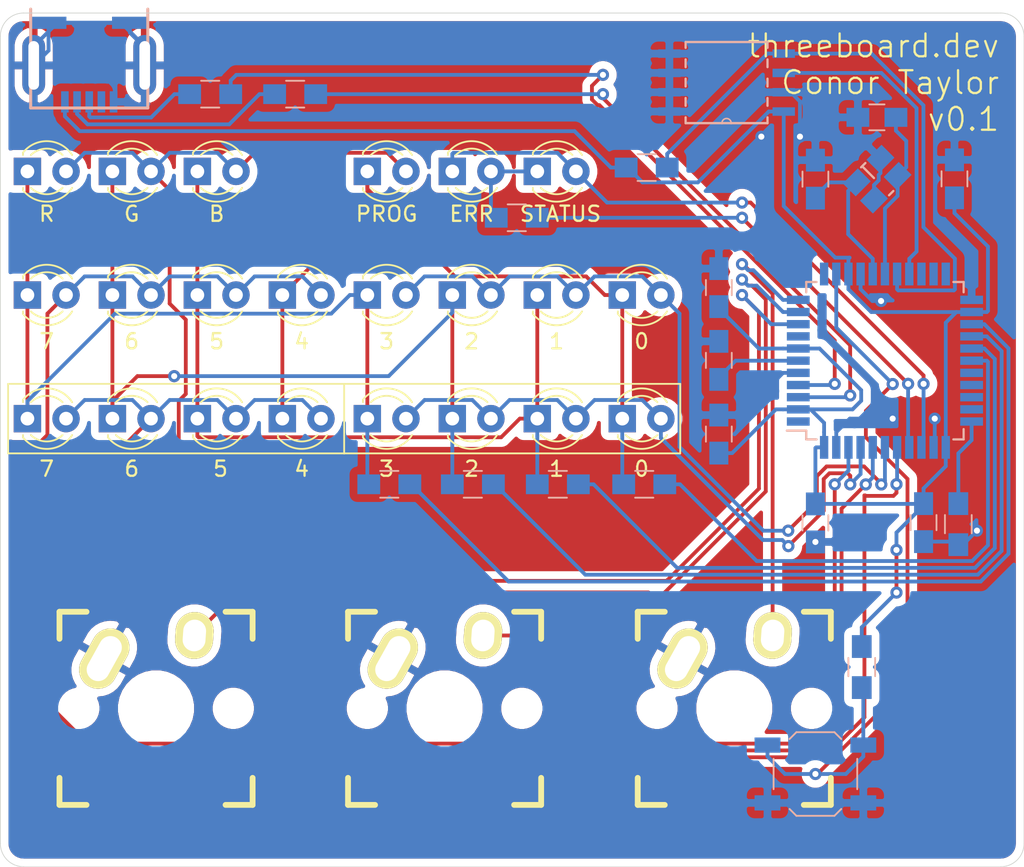
<source format=kicad_pcb>
(kicad_pcb (version 20171130) (host pcbnew "(5.1.4-0-10_14)")
  (layers (0 F.Cu signal) (31 B.Cu signal) (34 B.Paste user) (35 F.Paste user) (36 B.SilkS user) (37 F.SilkS user) (38 B.Mask user) (39 F.Mask user) (44 Edge.Cuts user))
  (net 0 "")
  (net 1 "Net-(C1-Pad1)")
  (net 2 "Net-(C2-Pad1)")
  (net 3 VCC)
  (net 4 "Net-(C8-Pad1)")
  (net 5 "Net-(D1-Pad1)")
  (net 6 "Net-(D10-Pad1)")
  (net 7 "Net-(D11-Pad1)")
  (net 8 "Net-(D12-Pad1)")
  (net 9 "Net-(D21-Pad2)")
  (net 10 "Net-(J1-Pad2)")
  (net 11 "Net-(J1-Pad3)")
  (net 12 "Net-(J1-Pad4)")
  (net 13 "Net-(R1-Pad2)")
  (net 14 "Net-(R2-Pad2)")
  (net 15 "Net-(R3-Pad1)")
  (net 16 "Net-(R4-Pad1)")
  (net 17 "Net-(U1-Pad1)")
  (net 18 "Net-(U1-Pad8)")
  (net 19 "Net-(U1-Pad12)")
  (net 20 "Net-(U1-Pad20)")
  (net 21 "Net-(U1-Pad21)")
  (net 22 "Net-(U1-Pad22)")
  (net 23 "Net-(U1-Pad29)")
  (net 24 "Net-(U1-Pad30)")
  (net 25 "Net-(U1-Pad31)")
  (net 26 "Net-(U1-Pad32)")
  (net 27 GND)
  (net 28 /row0)
  (net 29 /row1)
  (net 30 /row2)
  (net 31 /row3)
  (net 32 /row4)
  (net 33 /switch1)
  (net 34 /switch2)
  (net 35 /switch3)
  (net 36 /col0)
  (net 37 /col1)
  (net 38 /col2)
  (net 39 /col3)
  (net 40 /status1)
  (net 41 /status0)
  (net 42 /eeprom_sda)
  (net 43 /eeprom_scl)
  (module LED_THT:LED_D3.0mm (layer F.Cu) (at 49.37125 37.68725)
    (fp_text reference 7 (at 1.27 3.048) (layer F.SilkS))
    (fp_text value LED)
    (pad 1 thru_hole rect (at 0 0) (size 1.8 1.8) (drill 0.9) (layers *.Cu *.Mask) (net 5 "Net-(D1-Pad1)"))
    (pad 2 thru_hole circle (at 2.54 0) (size 1.8 1.8) (drill 0.9) (layers *.Cu *.Mask) (net 28 /row0))
  )
  (module LED_THT:LED_D3.0mm (layer F.Cu) (at 54.95925 37.68725)
    (fp_text reference 6 (at 1.27 3.048) (layer F.SilkS))
    (fp_text value LED)
    (pad 1 thru_hole rect (at 0 0) (size 1.8 1.8) (drill 0.9) (layers *.Cu *.Mask) (net 6 "Net-(D10-Pad1)"))
    (pad 2 thru_hole circle (at 2.54 0) (size 1.8 1.8) (drill 0.9) (layers *.Cu *.Mask) (net 28 /row0))
  )
  (module LED_THT:LED_D3.0mm (layer F.Cu) (at 60.54725 37.68725)
    (fp_text reference 5 (at 1.27 3.048) (layer F.SilkS))
    (fp_text value LED)
    (pad 2 thru_hole circle (at 2.54 0) (size 1.8 1.8) (drill 0.9) (layers *.Cu *.Mask) (net 28 /row0))
    (pad 1 thru_hole rect (at 0 0) (size 1.8 1.8) (drill 0.9) (layers *.Cu *.Mask) (net 7 "Net-(D11-Pad1)"))
  )
  (module LED_THT:LED_D3.0mm (layer F.Cu) (at 66.13525 37.68725)
    (fp_text reference 4 (at 1.27 3.048) (layer F.SilkS))
    (fp_text value LED)
    (pad 1 thru_hole rect (at 0 0) (size 1.8 1.8) (drill 0.9) (layers *.Cu *.Mask) (net 8 "Net-(D12-Pad1)"))
    (pad 2 thru_hole circle (at 2.54 0) (size 1.8 1.8) (drill 0.9) (layers *.Cu *.Mask) (net 28 /row0))
  )
  (module LED_THT:LED_D3.0mm (layer F.Cu) (at 71.72325 37.68725)
    (fp_text reference 3 (at 1.27 3.048) (layer F.SilkS))
    (fp_text value LED)
    (pad 2 thru_hole circle (at 2.54 0) (size 1.8 1.8) (drill 0.9) (layers *.Cu *.Mask) (net 29 /row1))
    (pad 1 thru_hole rect (at 0 0) (size 1.8 1.8) (drill 0.9) (layers *.Cu *.Mask) (net 5 "Net-(D1-Pad1)"))
  )
  (module LED_THT:LED_D3.0mm (layer F.Cu) (at 77.31125 37.68725)
    (fp_text reference 2 (at 1.27 3.048) (layer F.SilkS))
    (fp_text value LED)
    (pad 1 thru_hole rect (at 0 0) (size 1.8 1.8) (drill 0.9) (layers *.Cu *.Mask) (net 6 "Net-(D10-Pad1)"))
    (pad 2 thru_hole circle (at 2.54 0) (size 1.8 1.8) (drill 0.9) (layers *.Cu *.Mask) (net 29 /row1))
  )
  (module LED_THT:LED_D3.0mm (layer F.Cu) (at 82.89925 37.68725)
    (fp_text reference 1 (at 1.27 3.048) (layer F.SilkS))
    (fp_text value LED)
    (pad 1 thru_hole rect (at 0 0) (size 1.8 1.8) (drill 0.9) (layers *.Cu *.Mask) (net 7 "Net-(D11-Pad1)"))
    (pad 2 thru_hole circle (at 2.54 0) (size 1.8 1.8) (drill 0.9) (layers *.Cu *.Mask) (net 29 /row1))
  )
  (module LED_THT:LED_D3.0mm (layer F.Cu) (at 88.48725 37.68725)
    (fp_text reference 0 (at 1.27 3.048) (layer F.SilkS))
    (fp_text value LED)
    (pad 2 thru_hole circle (at 2.54 0) (size 1.8 1.8) (drill 0.9) (layers *.Cu *.Mask) (net 29 /row1))
    (pad 1 thru_hole rect (at 0 0) (size 1.8 1.8) (drill 0.9) (layers *.Cu *.Mask) (net 8 "Net-(D12-Pad1)"))
  )
  (module LED_THT:LED_D3.0mm (layer F.Cu) (at 49.37125 45.81525)
    (fp_text reference 7 (at 1.27 3.302) (layer F.SilkS))
    (fp_text value LED)
    (pad 1 thru_hole rect (at 0 0) (size 1.8 1.8) (drill 0.9) (layers *.Cu *.Mask) (net 5 "Net-(D1-Pad1)"))
    (pad 2 thru_hole circle (at 2.54 0) (size 1.8 1.8) (drill 0.9) (layers *.Cu *.Mask) (net 30 /row2))
  )
  (module LED_THT:LED_D3.0mm (layer F.Cu) (at 54.95925 45.81525)
    (fp_text reference 6 (at 1.27 3.302) (layer F.SilkS))
    (fp_text value LED)
    (pad 2 thru_hole circle (at 2.54 0) (size 1.8 1.8) (drill 0.9) (layers *.Cu *.Mask) (net 30 /row2))
    (pad 1 thru_hole rect (at 0 0) (size 1.8 1.8) (drill 0.9) (layers *.Cu *.Mask) (net 6 "Net-(D10-Pad1)"))
  )
  (module LED_THT:LED_D3.0mm (layer F.Cu) (at 60.54725 45.81525)
    (fp_text reference 5 (at 1.524 3.302) (layer F.SilkS))
    (fp_text value LED)
    (pad 2 thru_hole circle (at 2.54 0) (size 1.8 1.8) (drill 0.9) (layers *.Cu *.Mask) (net 30 /row2))
    (pad 1 thru_hole rect (at 0 0) (size 1.8 1.8) (drill 0.9) (layers *.Cu *.Mask) (net 7 "Net-(D11-Pad1)"))
  )
  (module LED_THT:LED_D3.0mm (layer F.Cu) (at 66.13525 45.81525)
    (fp_text reference 4 (at 1.27 3.302) (layer F.SilkS))
    (fp_text value LED)
    (pad 1 thru_hole rect (at 0 0) (size 1.8 1.8) (drill 0.9) (layers *.Cu *.Mask) (net 8 "Net-(D12-Pad1)"))
    (pad 2 thru_hole circle (at 2.54 0) (size 1.8 1.8) (drill 0.9) (layers *.Cu *.Mask) (net 30 /row2))
  )
  (module LED_THT:LED_D3.0mm (layer F.Cu) (at 71.72325 45.81525)
    (fp_text reference 3 (at 1.27 3.302) (layer F.SilkS))
    (fp_text value LED)
    (pad 2 thru_hole circle (at 2.54 0) (size 1.8 1.8) (drill 0.9) (layers *.Cu *.Mask) (net 31 /row3))
    (pad 1 thru_hole rect (at 0 0) (size 1.8 1.8) (drill 0.9) (layers *.Cu *.Mask) (net 5 "Net-(D1-Pad1)"))
  )
  (module LED_THT:LED_D3.0mm (layer F.Cu) (at 77.31125 45.81525)
    (fp_text reference 2 (at 1.27 3.302) (layer F.SilkS))
    (fp_text value LED)
    (pad 1 thru_hole rect (at 0 0) (size 1.8 1.8) (drill 0.9) (layers *.Cu *.Mask) (net 6 "Net-(D10-Pad1)"))
    (pad 2 thru_hole circle (at 2.54 0) (size 1.8 1.8) (drill 0.9) (layers *.Cu *.Mask) (net 31 /row3))
  )
  (module LED_THT:LED_D3.0mm (layer F.Cu) (at 82.89925 45.81525)
    (fp_text reference 1 (at 1.27 3.302) (layer F.SilkS))
    (fp_text value LED)
    (pad 2 thru_hole circle (at 2.54 0) (size 1.8 1.8) (drill 0.9) (layers *.Cu *.Mask) (net 31 /row3))
    (pad 1 thru_hole rect (at 0 0) (size 1.8 1.8) (drill 0.9) (layers *.Cu *.Mask) (net 7 "Net-(D11-Pad1)"))
  )
  (module LED_THT:LED_D3.0mm (layer F.Cu) (at 88.48725 45.81525)
    (fp_text reference 0 (at 1.27 3.302) (layer F.SilkS))
    (fp_text value LED)
    (pad 1 thru_hole rect (at 0 0) (size 1.8 1.8) (drill 0.9) (layers *.Cu *.Mask) (net 8 "Net-(D12-Pad1)"))
    (pad 2 thru_hole circle (at 2.54 0) (size 1.8 1.8) (drill 0.9) (layers *.Cu *.Mask) (net 31 /row3))
  )
  (module LED_THT:LED_D3.0mm (layer F.Cu) (at 49.37125 29.55925)
    (fp_text reference R (at 1.27 2.794 180) (layer F.SilkS))
    (fp_text value LED)
    (pad 2 thru_hole circle (at 2.54 0) (size 1.8 1.8) (drill 0.9) (layers *.Cu *.Mask) (net 32 /row4))
    (pad 1 thru_hole rect (at 0 0) (size 1.8 1.8) (drill 0.9) (layers *.Cu *.Mask) (net 5 "Net-(D1-Pad1)"))
  )
  (module LED_THT:LED_D3.0mm (layer F.Cu) (at 54.95925 29.55925)
    (fp_text reference G (at 1.27 2.794) (layer F.SilkS))
    (fp_text value LED)
    (pad 1 thru_hole rect (at 0 0) (size 1.8 1.8) (drill 0.9) (layers *.Cu *.Mask) (net 6 "Net-(D10-Pad1)"))
    (pad 2 thru_hole circle (at 2.54 0) (size 1.8 1.8) (drill 0.9) (layers *.Cu *.Mask) (net 32 /row4))
  )
  (module LED_THT:LED_D3.0mm (layer F.Cu) (at 60.54725 29.55925)
    (fp_text reference B (at 1.27 2.794) (layer F.SilkS))
    (fp_text value LED)
    (pad 2 thru_hole circle (at 2.54 0) (size 1.8 1.8) (drill 0.9) (layers *.Cu *.Mask) (net 32 /row4))
    (pad 1 thru_hole rect (at 0 0) (size 1.8 1.8) (drill 0.9) (layers *.Cu *.Mask) (net 7 "Net-(D11-Pad1)"))
  )
  (module LED_THT:LED_D3.0mm (layer F.Cu) (at 71.72325 29.55925)
    (fp_text reference PROG (at 1.27 2.794) (layer F.SilkS))
    (fp_text value LED)
    (pad 2 thru_hole circle (at 2.54 0) (size 1.8 1.8) (drill 0.9) (layers *.Cu *.Mask) (net 32 /row4))
    (pad 1 thru_hole rect (at 0 0) (size 1.8 1.8) (drill 0.9) (layers *.Cu *.Mask) (net 8 "Net-(D12-Pad1)"))
  )
  (module LED_THT:LED_D3.0mm (layer F.Cu) (at 77.31125 29.55925)
    (fp_text reference ERR (at 1.27 2.794) (layer F.SilkS))
    (fp_text value LED)
    (pad 1 thru_hole rect (at 0 0) (size 1.8 1.8) (drill 0.9) (layers *.Cu *.Mask) (net 40 /status1))
    (pad 2 thru_hole circle (at 2.54 0) (size 1.8 1.8) (drill 0.9) (layers *.Cu *.Mask) (net 9 "Net-(D21-Pad2)"))
  )
  (module keyboard_parts:USB_miniB_hirose_5S8 (layer B.Cu) (at 53.43525 24.98725)
    (fp_text reference J1 hide)
    (fp_text value USB_mini_micro_B hide)
    (pad 6 smd rect (at 2.675 -5.2) (size 2.35 0.8) (layers B.Cu B.Paste B.Mask) (net 27 GND))
    (pad 6 smd rect (at -2.675 -5.2) (size 2.35 0.8) (layers B.Cu B.Paste B.Mask) (net 27 GND))
    (pad 1 smd rect (at -1.6 0) (size 0.5 1.4) (layers B.Cu B.Paste B.Mask) (net 3 VCC))
    (pad 2 smd rect (at -0.8 0) (size 0.5 1.4) (layers B.Cu B.Paste B.Mask) (net 10 "Net-(J1-Pad2)"))
    (pad 3 smd rect (at 0 0) (size 0.5 1.4) (layers B.Cu B.Paste B.Mask) (net 11 "Net-(J1-Pad3)"))
    (pad 4 smd rect (at 0.8 0) (size 0.5 1.4) (layers B.Cu B.Paste B.Mask) (net 12 "Net-(J1-Pad4)"))
    (pad 5 smd rect (at 1.6 0) (size 0.5 1.4) (layers B.Cu B.Paste B.Mask) (net 27 GND))
    (pad 6 thru_hole oval (at -3.65 -2.4) (size 1.5 4) (drill oval 0.7 3.2) (layers *.Cu *.Mask B.Paste) (net 27 GND))
    (pad 6 thru_hole oval (at 3.65 -2.4) (size 1.5 4) (drill oval 0.7 3.2) (layers *.Cu *.Mask B.Paste) (net 27 GND))
  )
  (module keebs:Mx_Alps_100 (layer F.Cu) (at 57.829451 64.86525)
    (fp_text reference K1 hide)
    (fp_text value KEYSW hide)
    (pad HOLE np_thru_hole circle (at 0 0) (size 3.9878 3.9878) (drill 3.9878) (layers *.Cu))
    (pad HOLE np_thru_hole circle (at -5.08 0) (size 1.7018 1.7018) (drill 1.7018) (layers *.Cu))
    (pad HOLE np_thru_hole circle (at 5.08 0) (size 1.7018 1.7018) (drill 1.7018) (layers *.Cu))
    (pad 1 thru_hole oval (at -3.405 -3.27 330.95) (size 2.5 4.17) (drill oval 1.5 3.17) (layers *.Cu *.Mask F.SilkS) (net 27 GND))
    (pad 2 thru_hole oval (at 2.52 -4.79 356.1) (size 2.5 3.08) (drill oval 1.5 2.08) (layers *.Cu *.Mask F.SilkS) (net 33 /switch1))
  )
  (module keebs:Mx_Alps_100 (layer F.Cu) (at 76.80325 64.86525)
    (fp_text reference K2 hide)
    (fp_text value KEYSW hide)
    (pad HOLE np_thru_hole circle (at 0 0) (size 3.9878 3.9878) (drill 3.9878) (layers *.Cu))
    (pad HOLE np_thru_hole circle (at -5.08 0) (size 1.7018 1.7018) (drill 1.7018) (layers *.Cu))
    (pad HOLE np_thru_hole circle (at 5.08 0) (size 1.7018 1.7018) (drill 1.7018) (layers *.Cu))
    (pad 1 thru_hole oval (at -3.405 -3.27 330.95) (size 2.5 4.17) (drill oval 1.5 3.17) (layers *.Cu *.Mask F.SilkS) (net 27 GND))
    (pad 2 thru_hole oval (at 2.52 -4.79 356.1) (size 2.5 3.08) (drill oval 1.5 2.08) (layers *.Cu *.Mask F.SilkS) (net 34 /switch2))
  )
  (module keebs:Mx_Alps_100 (layer F.Cu) (at 95.85325 64.86525)
    (fp_text reference K3 hide)
    (fp_text value KEYSW hide)
    (pad 2 thru_hole oval (at 2.52 -4.79 356.1) (size 2.5 3.08) (drill oval 1.5 2.08) (layers *.Cu *.Mask F.SilkS) (net 35 /switch3))
    (pad 1 thru_hole oval (at -3.405 -3.27 330.95) (size 2.5 4.17) (drill oval 1.5 3.17) (layers *.Cu *.Mask F.SilkS) (net 27 GND))
    (pad HOLE np_thru_hole circle (at 5.08 0) (size 1.7018 1.7018) (drill 1.7018) (layers *.Cu))
    (pad HOLE np_thru_hole circle (at -5.08 0) (size 1.7018 1.7018) (drill 1.7018) (layers *.Cu))
    (pad HOLE np_thru_hole circle (at 0 0) (size 3.9878 3.9878) (drill 3.9878) (layers *.Cu))
  )
  (module Button_Switch_SMD:SW_SPST_TL3342 (layer B.Cu) (at 101.18725 69.18325)
    (fp_text reference SW1 hide)
    (fp_text value SW_PUSH)
    (pad 1 smd rect (at -3.15 1.9) (size 1.7 1) (layers B.Cu B.Paste B.Mask) (net 27 GND))
    (pad 1 smd rect (at 3.15 1.9) (size 1.7 1) (layers B.Cu B.Paste B.Mask) (net 27 GND))
    (pad 2 smd rect (at -3.15 -1.9) (size 1.7 1) (layers B.Cu B.Paste B.Mask) (net 13 "Net-(R1-Pad2)"))
    (pad 2 smd rect (at 3.15 -1.9) (size 1.7 1) (layers B.Cu B.Paste B.Mask) (net 13 "Net-(R1-Pad2)"))
  )
  (module Housings_QFP:TQFP-44_10x10mm_Pitch0.8mm (layer B.Cu) (at 105.75925 42.00525)
    (fp_text reference U1 hide)
    (fp_text value ATMEGA32U4)
    (pad 1 smd rect (at -5.7 4) (size 1.5 0.55) (layers B.Cu B.Paste B.Mask) (net 17 "Net-(U1-Pad1)"))
    (pad 2 smd rect (at -5.7 3.2) (size 1.5 0.55) (layers B.Cu B.Paste B.Mask) (net 3 VCC))
    (pad 3 smd rect (at -5.7 2.4) (size 1.5 0.55) (layers B.Cu B.Paste B.Mask) (net 15 "Net-(R3-Pad1)"))
    (pad 4 smd rect (at -5.7 1.6) (size 1.5 0.55) (layers B.Cu B.Paste B.Mask) (net 16 "Net-(R4-Pad1)"))
    (pad 5 smd rect (at -5.7 0.8) (size 1.5 0.55) (layers B.Cu B.Paste B.Mask) (net 27 GND))
    (pad 6 smd rect (at -5.7 0) (size 1.5 0.55) (layers B.Cu B.Paste B.Mask) (net 4 "Net-(C8-Pad1)"))
    (pad 7 smd rect (at -5.7 -0.8) (size 1.5 0.55) (layers B.Cu B.Paste B.Mask) (net 3 VCC))
    (pad 8 smd rect (at -5.7 -1.6) (size 1.5 0.55) (layers B.Cu B.Paste B.Mask) (net 18 "Net-(U1-Pad8)"))
    (pad 9 smd rect (at -5.7 -2.4) (size 1.5 0.55) (layers B.Cu B.Paste B.Mask) (net 33 /switch1))
    (pad 10 smd rect (at -5.7 -3.2) (size 1.5 0.55) (layers B.Cu B.Paste B.Mask) (net 34 /switch2))
    (pad 11 smd rect (at -5.7 -4) (size 1.5 0.55) (layers B.Cu B.Paste B.Mask) (net 35 /switch3))
    (pad 12 smd rect (at -4 -5.7 270) (size 1.5 0.55) (layers B.Cu B.Paste B.Mask) (net 19 "Net-(U1-Pad12)"))
    (pad 13 smd rect (at -3.2 -5.7 270) (size 1.5 0.55) (layers B.Cu B.Paste B.Mask) (net 13 "Net-(R1-Pad2)"))
    (pad 14 smd rect (at -2.4 -5.7 270) (size 1.5 0.55) (layers B.Cu B.Paste B.Mask) (net 3 VCC))
    (pad 15 smd rect (at -1.6 -5.7 270) (size 1.5 0.55) (layers B.Cu B.Paste B.Mask) (net 27 GND))
    (pad 16 smd rect (at -0.8 -5.7 270) (size 1.5 0.55) (layers B.Cu B.Paste B.Mask) (net 1 "Net-(C1-Pad1)"))
    (pad 17 smd rect (at 0 -5.7 270) (size 1.5 0.55) (layers B.Cu B.Paste B.Mask) (net 2 "Net-(C2-Pad1)"))
    (pad 18 smd rect (at 0.8 -5.7 270) (size 1.5 0.55) (layers B.Cu B.Paste B.Mask) (net 42 /eeprom_sda))
    (pad 19 smd rect (at 1.6 -5.7 270) (size 1.5 0.55) (layers B.Cu B.Paste B.Mask) (net 43 /eeprom_scl))
    (pad 20 smd rect (at 2.4 -5.7 270) (size 1.5 0.55) (layers B.Cu B.Paste B.Mask) (net 20 "Net-(U1-Pad20)"))
    (pad 21 smd rect (at 3.2 -5.7 270) (size 1.5 0.55) (layers B.Cu B.Paste B.Mask) (net 21 "Net-(U1-Pad21)"))
    (pad 22 smd rect (at 4 -5.7 270) (size 1.5 0.55) (layers B.Cu B.Paste B.Mask) (net 22 "Net-(U1-Pad22)"))
    (pad 23 smd rect (at 5.7 -4) (size 1.5 0.55) (layers B.Cu B.Paste B.Mask) (net 27 GND))
    (pad 24 smd rect (at 5.7 -3.2) (size 1.5 0.55) (layers B.Cu B.Paste B.Mask) (net 3 VCC))
    (pad 25 smd rect (at 5.7 -2.4) (size 1.5 0.55) (layers B.Cu B.Paste B.Mask) (net 36 /col0))
    (pad 26 smd rect (at 5.7 -1.6) (size 1.5 0.55) (layers B.Cu B.Paste B.Mask) (net 37 /col1))
    (pad 27 smd rect (at 5.7 -0.8) (size 1.5 0.55) (layers B.Cu B.Paste B.Mask) (net 38 /col2))
    (pad 28 smd rect (at 5.7 0) (size 1.5 0.55) (layers B.Cu B.Paste B.Mask) (net 39 /col3))
    (pad 29 smd rect (at 5.7 0.8) (size 1.5 0.55) (layers B.Cu B.Paste B.Mask) (net 23 "Net-(U1-Pad29)"))
    (pad 30 smd rect (at 5.7 1.6) (size 1.5 0.55) (layers B.Cu B.Paste B.Mask) (net 24 "Net-(U1-Pad30)"))
    (pad 31 smd rect (at 5.7 2.4) (size 1.5 0.55) (layers B.Cu B.Paste B.Mask) (net 25 "Net-(U1-Pad31)"))
    (pad 32 smd rect (at 5.7 3.2) (size 1.5 0.55) (layers B.Cu B.Paste B.Mask) (net 26 "Net-(U1-Pad32)"))
    (pad 33 smd rect (at 5.7 4) (size 1.5 0.55) (layers B.Cu B.Paste B.Mask) (net 14 "Net-(R2-Pad2)"))
    (pad 34 smd rect (at 4 5.7 270) (size 1.5 0.55) (layers B.Cu B.Paste B.Mask) (net 3 VCC))
    (pad 35 smd rect (at 3.2 5.7 270) (size 1.5 0.55) (layers B.Cu B.Paste B.Mask) (net 27 GND))
    (pad 36 smd rect (at 2.4 5.7 270) (size 1.5 0.55) (layers B.Cu B.Paste B.Mask) (net 40 /status1))
    (pad 37 smd rect (at 1.6 5.7 270) (size 1.5 0.55) (layers B.Cu B.Paste B.Mask) (net 41 /status0))
    (pad 38 smd rect (at 0.8 5.7 270) (size 1.5 0.55) (layers B.Cu B.Paste B.Mask) (net 28 /row0))
    (pad 39 smd rect (at 0 5.7 270) (size 1.5 0.55) (layers B.Cu B.Paste B.Mask) (net 29 /row1))
    (pad 40 smd rect (at -0.8 5.7 270) (size 1.5 0.55) (layers B.Cu B.Paste B.Mask) (net 30 /row2))
    (pad 41 smd rect (at -1.6 5.7 270) (size 1.5 0.55) (layers B.Cu B.Paste B.Mask) (net 31 /row3))
    (pad 42 smd rect (at -2.4 5.7 270) (size 1.5 0.55) (layers B.Cu B.Paste B.Mask) (net 32 /row4))
    (pad 43 smd rect (at -3.2 5.7 270) (size 1.5 0.55) (layers B.Cu B.Paste B.Mask) (net 27 GND))
    (pad 44 smd rect (at -4 5.7 270) (size 1.5 0.55) (layers B.Cu B.Paste B.Mask) (net 3 VCC))
  )
  (module user:crystal_FA238-TSX3225 (layer B.Cu) (at 105.25125 30.06725 45)
    (fp_text reference X1 hide)
    (fp_text value XTAL_GND hide)
    (pad 1 smd rect (at -1.1 -0.8 45) (size 1.4 1.2) (layers B.Cu B.Paste B.Mask) (net 1 "Net-(C1-Pad1)"))
    (pad 3 smd rect (at 1.1 -0.8 45) (size 1.4 1.2) (layers B.Cu B.Paste B.Mask) (net 27 GND))
    (pad 3 smd rect (at -1.1 0.8 45) (size 1.4 1.2) (layers B.Cu B.Paste B.Mask) (net 27 GND))
    (pad 2 smd rect (at 1.1 0.8 45) (size 1.4 1.2) (layers B.Cu B.Paste B.Mask) (net 2 "Net-(C2-Pad1)"))
  )
  (module Capacitors_SMD:C_0805_HandSoldering (layer B.Cu) (at 101.18725 30.06725 90)
    (fp_text reference C1 hide)
    (fp_text value 22p)
    (pad 2 smd rect (at 1.25 0 90) (size 1.5 1.25) (layers B.Cu B.Paste B.Mask) (net 27 GND))
    (pad 1 smd rect (at -1.25 0 90) (size 1.5 1.25) (layers B.Cu B.Paste B.Mask) (net 1 "Net-(C1-Pad1)"))
  )
  (module Capacitors_SMD:C_0805_HandSoldering (layer B.Cu) (at 105.23125 26.00325 180)
    (fp_text reference C2 hide)
    (fp_text value 22p)
    (pad 1 smd rect (at -1.25 0 180) (size 1.5 1.25) (layers B.Cu B.Paste B.Mask) (net 2 "Net-(C2-Pad1)"))
    (pad 2 smd rect (at 1.25 0 180) (size 1.5 1.25) (layers B.Cu B.Paste B.Mask) (net 27 GND))
  )
  (module Capacitors_SMD:C_0805_HandSoldering (layer B.Cu) (at 101.18725 52.67325 270)
    (fp_text reference C3 hide)
    (fp_text value 0.1u)
    (pad 2 smd rect (at 1.25 0 270) (size 1.5 1.25) (layers B.Cu B.Paste B.Mask) (net 27 GND))
    (pad 1 smd rect (at -1.25 0 270) (size 1.5 1.25) (layers B.Cu B.Paste B.Mask) (net 3 VCC))
  )
  (module Capacitors_SMD:C_0805_HandSoldering (layer B.Cu) (at 110.33125 30.04725 90)
    (fp_text reference C4 hide)
    (fp_text value 0.1u)
    (pad 1 smd rect (at -1.25 0 90) (size 1.5 1.25) (layers B.Cu B.Paste B.Mask) (net 3 VCC))
    (pad 2 smd rect (at 1.25 0 90) (size 1.5 1.25) (layers B.Cu B.Paste B.Mask) (net 27 GND))
  )
  (module Capacitors_SMD:C_0805_HandSoldering (layer B.Cu) (at 94.83725 37.19925 90)
    (fp_text reference C5 hide)
    (fp_text value 0.1u)
    (pad 1 smd rect (at -1.25 0 90) (size 1.5 1.25) (layers B.Cu B.Paste B.Mask) (net 3 VCC))
    (pad 2 smd rect (at 1.25 0 90) (size 1.5 1.25) (layers B.Cu B.Paste B.Mask) (net 27 GND))
  )
  (module Capacitors_SMD:C_0805_HandSoldering (layer B.Cu) (at 108.29925 52.65325 270)
    (fp_text reference C6 hide)
    (fp_text value 0.1u)
    (pad 2 smd rect (at 1.25 0 270) (size 1.5 1.25) (layers B.Cu B.Paste B.Mask) (net 27 GND))
    (pad 1 smd rect (at -1.25 0 270) (size 1.5 1.25) (layers B.Cu B.Paste B.Mask) (net 3 VCC))
  )
  (module Capacitors_SMD:C_0805_HandSoldering (layer B.Cu) (at 94.83725 46.83125 90)
    (fp_text reference C7 hide)
    (fp_text value 4.7u)
    (pad 2 smd rect (at 1.25 0 90) (size 1.5 1.25) (layers B.Cu B.Paste B.Mask) (net 27 GND))
    (pad 1 smd rect (at -1.25 0 90) (size 1.5 1.25) (layers B.Cu B.Paste B.Mask) (net 3 VCC))
  )
  (module Capacitors_SMD:C_0805_HandSoldering (layer B.Cu) (at 94.83725 41.98525 90)
    (fp_text reference C8 hide)
    (fp_text value 1u)
    (pad 1 smd rect (at -1.25 0 90) (size 1.5 1.25) (layers B.Cu B.Paste B.Mask) (net 4 "Net-(C8-Pad1)"))
    (pad 2 smd rect (at 1.25 0 90) (size 1.5 1.25) (layers B.Cu B.Paste B.Mask) (net 27 GND))
  )
  (module Resistors_SMD:R_0805_HandSoldering (layer B.Cu) (at 104.23525 62.15125 270)
    (fp_text reference R1 hide)
    (fp_text value 10k)
    (pad 2 smd rect (at 1.35 0 270) (size 1.5 1.3) (layers B.Cu B.Paste B.Mask) (net 13 "Net-(R1-Pad2)"))
    (pad 1 smd rect (at -1.35 0 270) (size 1.5 1.3) (layers B.Cu B.Paste B.Mask) (net 3 VCC))
  )
  (module Resistors_SMD:R_0805_HandSoldering (layer B.Cu) (at 110.58525 52.75325 90)
    (fp_text reference R2 hide)
    (fp_text value 10k)
    (pad 1 smd rect (at -1.35 0 90) (size 1.5 1.3) (layers B.Cu B.Paste B.Mask) (net 27 GND))
    (pad 2 smd rect (at 1.35 0 90) (size 1.5 1.3) (layers B.Cu B.Paste B.Mask) (net 14 "Net-(R2-Pad2)"))
  )
  (module Resistors_SMD:R_0805_HandSoldering (layer B.Cu) (at 66.97725 24.47925 180)
    (fp_text reference R3 hide)
    (fp_text value 22)
    (pad 1 smd rect (at -1.35 0 180) (size 1.5 1.3) (layers B.Cu B.Paste B.Mask) (net 15 "Net-(R3-Pad1)"))
    (pad 2 smd rect (at 1.35 0 180) (size 1.5 1.3) (layers B.Cu B.Paste B.Mask) (net 10 "Net-(J1-Pad2)"))
  )
  (module Resistors_SMD:R_0805_HandSoldering (layer B.Cu) (at 61.38925 24.47925 180)
    (fp_text reference R4 hide)
    (fp_text value 22)
    (pad 2 smd rect (at 1.35 0 180) (size 1.5 1.3) (layers B.Cu B.Paste B.Mask) (net 11 "Net-(J1-Pad3)"))
    (pad 1 smd rect (at -1.35 0 180) (size 1.5 1.3) (layers B.Cu B.Paste B.Mask) (net 16 "Net-(R4-Pad1)"))
  )
  (module Resistors_SMD:R_0805_HandSoldering (layer B.Cu) (at 73.16725 50.13325)
    (fp_text reference R5 hide)
    (fp_text value 220)
    (pad 1 smd rect (at -1.35 0) (size 1.5 1.3) (layers B.Cu B.Paste B.Mask) (net 5 "Net-(D1-Pad1)"))
    (pad 2 smd rect (at 1.35 0) (size 1.5 1.3) (layers B.Cu B.Paste B.Mask) (net 36 /col0))
  )
  (module Resistors_SMD:R_0805_HandSoldering (layer B.Cu) (at 78.66125 50.13325)
    (fp_text reference R6 hide)
    (fp_text value 220)
    (pad 2 smd rect (at 1.35 0) (size 1.5 1.3) (layers B.Cu B.Paste B.Mask) (net 37 /col1))
    (pad 1 smd rect (at -1.35 0) (size 1.5 1.3) (layers B.Cu B.Paste B.Mask) (net 6 "Net-(D10-Pad1)"))
  )
  (module Resistors_SMD:R_0805_HandSoldering (layer B.Cu) (at 84.24925 50.13325)
    (fp_text reference R7 hide)
    (fp_text value 220)
    (pad 1 smd rect (at -1.35 0) (size 1.5 1.3) (layers B.Cu B.Paste B.Mask) (net 7 "Net-(D11-Pad1)"))
    (pad 2 smd rect (at 1.35 0) (size 1.5 1.3) (layers B.Cu B.Paste B.Mask) (net 38 /col2))
  )
  (module Resistors_SMD:R_0805_HandSoldering (layer B.Cu) (at 89.93125 50.13325)
    (fp_text reference R8 hide)
    (fp_text value 220)
    (pad 2 smd rect (at 1.35 0) (size 1.5 1.3) (layers B.Cu B.Paste B.Mask) (net 39 /col3))
    (pad 1 smd rect (at -1.35 0) (size 1.5 1.3) (layers B.Cu B.Paste B.Mask) (net 8 "Net-(D12-Pad1)"))
  )
  (module Resistors_SMD:R_0805_HandSoldering (layer B.Cu) (at 81.54925 32.60725)
    (fp_text reference R9 hide)
    (fp_text value 220)
    (pad 1 smd rect (at -1.35 0) (size 1.5 1.3) (layers B.Cu B.Paste B.Mask) (net 9 "Net-(D21-Pad2)"))
    (pad 2 smd rect (at 1.35 0) (size 1.5 1.3) (layers B.Cu B.Paste B.Mask) (net 41 /status0))
  )
  (module LED_THT:LED_D3.0mm (layer F.Cu) (at 82.89925 29.55925)
    (fp_text reference STATUS (at 1.524 2.794) (layer F.SilkS))
    (fp_text value LED)
    (pad 1 thru_hole rect (at 0 0) (size 1.8 1.8) (drill 0.9) (layers *.Cu *.Mask) (net 9 "Net-(D21-Pad2)"))
    (pad 2 thru_hole circle (at 2.54 0) (size 1.8 1.8) (drill 0.9) (layers *.Cu *.Mask) (net 40 /status1))
  )
  (module Resistors_SMD:R_0805_HandSoldering (layer B.Cu) (at 90.09125 29.30525)
    (fp_text reference R10 hide)
    (fp_text value 10k)
    (pad 1 smd rect (at -1.35 0) (size 1.5 1.3) (layers B.Cu B.Paste B.Mask) (net 3 VCC))
    (pad 2 smd rect (at 1.35 0) (size 1.5 1.3) (layers B.Cu B.Paste B.Mask) (net 42 /eeprom_sda))
  )
  (module 24LC512T-I_SM:SOIC127P794X203-8N (layer B.Cu) (at 95.34525 23.71725)
    (fp_text reference U2 hide)
    (fp_text value 24LC512 hide)
    (pad 1 smd rect (at -3.7592 1.905) (size 1.4732 0.5588) (layers B.Cu B.Paste B.Mask) (net 27 GND))
    (pad 2 smd rect (at -3.7592 0.635) (size 1.4732 0.5588) (layers B.Cu B.Paste B.Mask) (net 27 GND))
    (pad 3 smd rect (at -3.7592 -0.635) (size 1.4732 0.5588) (layers B.Cu B.Paste B.Mask) (net 27 GND))
    (pad 4 smd rect (at -3.7592 -1.905) (size 1.4732 0.5588) (layers B.Cu B.Paste B.Mask) (net 27 GND))
    (pad 5 smd rect (at 3.7592 -1.905) (size 1.4732 0.5588) (layers B.Cu B.Paste B.Mask) (net 42 /eeprom_sda))
    (pad 6 smd rect (at 3.7592 -0.635) (size 1.4732 0.5588) (layers B.Cu B.Paste B.Mask) (net 43 /eeprom_scl))
    (pad 7 smd rect (at 3.7592 0.635) (size 1.4732 0.5588) (layers B.Cu B.Paste B.Mask) (net 27 GND))
    (pad 8 smd rect (at 3.7592 1.905) (size 1.4732 0.5588) (layers B.Cu B.Paste B.Mask) (net 3 VCC))
  )
  (gr_text "threeboard.dev\nConor Taylor\nv0.1" (at 113.37925 23.71725) (layer F.SilkS) (effects (font (size 1.5 1.5)) (justify right)))
  (gr_line (start 92.29725 48.10125) (end 70.19925 48.10125) (layer F.SilkS) (width 0.12))
  (gr_line (start 92.29725 43.52925) (end 92.29725 48.10125) (layer F.SilkS) (width 0.12))
  (gr_line (start 70.19925 43.52925) (end 92.29725 43.52925) (layer F.SilkS) (width 0.12))
  (gr_line (start 70.19925 43.52925) (end 48.10125 43.52925) (layer F.SilkS) (width 0.12))
  (gr_line (start 70.19925 48.10125) (end 70.19925 43.52925) (layer F.SilkS) (width 0.12))
  (gr_line (start 48.10125 48.10125) (end 70.19925 48.10125) (layer F.SilkS) (width 0.12))
  (gr_line (start 48.10125 43.52925) (end 48.10125 48.10125) (layer F.SilkS) (width 0.12))
  (gr_line (start 113.37925 19.14525) (end 49.11725 19.14525) (layer Edge.Cuts) (width 0.05))
  (gr_line (start 114.90325 73.75525) (end 114.90325 20.66925) (layer Edge.Cuts) (width 0.05))
  (gr_line (start 49.11725 75.27925) (end 113.37925 75.27925) (layer Edge.Cuts) (width 0.05))
  (gr_line (start 47.59325 20.66925) (end 47.59325 73.75525) (layer Edge.Cuts) (width 0.05))
  (gr_arc (start 113.37925 20.66925) (end 114.90325 20.66925) (angle -90) (layer Edge.Cuts) (width 0.05))
  (gr_arc (start 113.37925 73.75525) (end 113.37925 75.27925) (angle -90) (layer Edge.Cuts) (width 0.05))
  (gr_arc (start 49.11725 73.75525) (end 47.59325 73.75525) (angle -90) (layer Edge.Cuts) (width 0.05))
  (gr_arc (start 49.11725 20.66925) (end 49.11725 19.14525) (angle -90) (layer Edge.Cuts) (width 0.05))
  (segment (start 103.907747 30.279382) (end 103.342062 30.845067) (width 0.25) (layer B.Cu) (net 1))
  (segment (start 103.342062 30.845067) (end 103.342062 33.688062) (width 0.25) (layer B.Cu) (net 1))
  (segment (start 103.342062 33.688062) (end 104.95925 35.30525) (width 0.25) (layer B.Cu) (net 1))
  (segment (start 104.95925 35.30525) (end 104.95925 36.30525) (width 0.25) (layer B.Cu) (net 1))
  (segment (start 103.907747 30.279382) (end 102.100118 30.279382) (width 0.25) (layer B.Cu) (net 1))
  (segment (start 102.100118 30.279382) (end 101.18725 31.19225) (width 0.25) (layer B.Cu) (net 1))
  (segment (start 101.18725 31.19225) (end 101.18725 31.31725) (width 0.25) (layer B.Cu) (net 1))
  (segment (start 106.594753 29.855118) (end 107.160438 29.289433) (width 0.25) (layer B.Cu) (net 2))
  (segment (start 107.160438 29.289433) (end 107.160438 27.557438) (width 0.25) (layer B.Cu) (net 2))
  (segment (start 107.160438 27.557438) (end 106.48125 26.87825) (width 0.25) (layer B.Cu) (net 2))
  (segment (start 106.48125 26.87825) (end 106.48125 26.00325) (width 0.25) (layer B.Cu) (net 2))
  (segment (start 106.594753 29.855118) (end 106.594753 31.163282) (width 0.25) (layer B.Cu) (net 2))
  (segment (start 105.75925 31.998785) (end 105.75925 35.30525) (width 0.25) (layer B.Cu) (net 2))
  (segment (start 105.75925 35.30525) (end 105.75925 36.30525) (width 0.25) (layer B.Cu) (net 2))
  (segment (start 106.594753 31.163282) (end 105.75925 31.998785) (width 0.25) (layer B.Cu) (net 2))
  (segment (start 106.517928 57.253279) (end 104.23525 59.535957) (width 0.25) (layer B.Cu) (net 3))
  (segment (start 104.23525 59.535957) (end 104.23525 60.80125) (width 0.25) (layer B.Cu) (net 3))
  (segment (start 106.517928 54.45125) (end 106.517928 57.253279) (width 0.25) (layer F.Cu) (net 3))
  (via (at 106.517928 57.253279) (size 0.8) (drill 0.4) (layers F.Cu B.Cu) (net 3))
  (segment (start 108.29925 51.40325) (end 108.29925 51.52825) (width 0.25) (layer B.Cu) (net 3))
  (segment (start 108.29925 51.52825) (end 106.517928 53.309572) (width 0.25) (layer B.Cu) (net 3))
  (segment (start 106.517928 53.309572) (end 106.517928 54.45125) (width 0.25) (layer B.Cu) (net 3))
  (via (at 106.517928 54.45125) (size 0.8) (drill 0.4) (layers F.Cu B.Cu) (net 3))
  (segment (start 100.05925 41.20525) (end 101.460252 41.20525) (width 0.25) (layer B.Cu) (net 3))
  (segment (start 104.198251 44.639251) (end 103.632252 45.20525) (width 0.25) (layer B.Cu) (net 3))
  (segment (start 101.460252 41.20525) (end 104.198251 43.943249) (width 0.25) (layer B.Cu) (net 3))
  (segment (start 104.198251 43.943249) (end 104.198251 44.639251) (width 0.25) (layer B.Cu) (net 3))
  (segment (start 103.632252 45.20525) (end 101.05925 45.20525) (width 0.25) (layer B.Cu) (net 3))
  (segment (start 101.05925 45.20525) (end 100.05925 45.20525) (width 0.25) (layer B.Cu) (net 3))
  (segment (start 103.35925 36.30525) (end 103.35925 37.30525) (width 0.25) (layer B.Cu) (net 3))
  (segment (start 103.35925 37.30525) (end 104.85925 38.80525) (width 0.25) (layer B.Cu) (net 3))
  (segment (start 110.45925 38.80525) (end 111.45925 38.80525) (width 0.25) (layer B.Cu) (net 3))
  (segment (start 104.85925 38.80525) (end 110.45925 38.80525) (width 0.25) (layer B.Cu) (net 3))
  (segment (start 101.18725 51.42325) (end 108.27925 51.42325) (width 0.25) (layer B.Cu) (net 3))
  (segment (start 108.27925 51.42325) (end 108.29925 51.40325) (width 0.25) (layer B.Cu) (net 3))
  (segment (start 110.45925 38.80525) (end 109.75925 39.50525) (width 0.25) (layer B.Cu) (net 3))
  (segment (start 109.75925 39.50525) (end 109.75925 46.70525) (width 0.25) (layer B.Cu) (net 3))
  (segment (start 109.75925 46.70525) (end 109.75925 47.70525) (width 0.25) (layer B.Cu) (net 3))
  (segment (start 99.10445 31.839048) (end 102.495651 35.230249) (width 0.25) (layer B.Cu) (net 3))
  (segment (start 102.495651 35.230249) (end 103.434251 35.230249) (width 0.25) (layer B.Cu) (net 3))
  (segment (start 103.434251 35.230249) (end 103.35925 35.30525) (width 0.25) (layer B.Cu) (net 3))
  (segment (start 103.35925 35.30525) (end 103.35925 36.30525) (width 0.25) (layer B.Cu) (net 3))
  (segment (start 99.10445 25.62225) (end 99.10445 31.839048) (width 0.25) (layer B.Cu) (net 3))
  (segment (start 94.83725 38.32425) (end 94.83725 38.44925) (width 0.25) (layer B.Cu) (net 3))
  (segment (start 88.74125 29.30525) (end 88.84125 29.30525) (width 0.25) (layer B.Cu) (net 3))
  (segment (start 93.459849 30.280251) (end 98.11785 25.62225) (width 0.25) (layer B.Cu) (net 3))
  (segment (start 88.84125 29.30525) (end 89.816251 30.280251) (width 0.25) (layer B.Cu) (net 3))
  (segment (start 89.816251 30.280251) (end 93.459849 30.280251) (width 0.25) (layer B.Cu) (net 3))
  (segment (start 98.11785 25.62225) (end 99.10445 25.62225) (width 0.25) (layer B.Cu) (net 3))
  (segment (start 110.33125 31.29725) (end 110.33125 32.29725) (width 0.25) (layer B.Cu) (net 3))
  (segment (start 110.33125 32.29725) (end 112.534251 34.500251) (width 0.25) (layer B.Cu) (net 3))
  (segment (start 112.534251 34.500251) (end 112.534251 38.730249) (width 0.25) (layer B.Cu) (net 3))
  (segment (start 112.534251 38.730249) (end 112.45925 38.80525) (width 0.25) (layer B.Cu) (net 3))
  (segment (start 112.45925 38.80525) (end 111.45925 38.80525) (width 0.25) (layer B.Cu) (net 3))
  (segment (start 100.05925 45.20525) (end 100.869252 45.20525) (width 0.25) (layer B.Cu) (net 3))
  (segment (start 100.869252 45.20525) (end 101.75925 46.095248) (width 0.25) (layer B.Cu) (net 3))
  (segment (start 101.75925 46.095248) (end 101.75925 46.70525) (width 0.25) (layer B.Cu) (net 3))
  (segment (start 101.75925 46.70525) (end 101.75925 47.70525) (width 0.25) (layer B.Cu) (net 3))
  (segment (start 94.83725 48.08125) (end 95.71225 48.08125) (width 0.25) (layer B.Cu) (net 3))
  (segment (start 95.71225 48.08125) (end 98.58825 45.20525) (width 0.25) (layer B.Cu) (net 3))
  (segment (start 98.58825 45.20525) (end 99.05925 45.20525) (width 0.25) (layer B.Cu) (net 3))
  (segment (start 99.05925 45.20525) (end 100.05925 45.20525) (width 0.25) (layer B.Cu) (net 3))
  (segment (start 94.83725 38.44925) (end 94.83725 38.57425) (width 0.25) (layer B.Cu) (net 3))
  (segment (start 94.83725 38.57425) (end 97.46825 41.20525) (width 0.25) (layer B.Cu) (net 3))
  (segment (start 97.46825 41.20525) (end 99.05925 41.20525) (width 0.25) (layer B.Cu) (net 3))
  (segment (start 99.05925 41.20525) (end 100.05925 41.20525) (width 0.25) (layer B.Cu) (net 3))
  (segment (start 108.29925 51.40325) (end 108.29925 50.40325) (width 0.25) (layer B.Cu) (net 3))
  (segment (start 109.75925 48.70525) (end 109.75925 47.70525) (width 0.25) (layer B.Cu) (net 3))
  (segment (start 108.29925 50.40325) (end 109.75925 48.94325) (width 0.25) (layer B.Cu) (net 3))
  (segment (start 109.75925 48.94325) (end 109.75925 48.70525) (width 0.25) (layer B.Cu) (net 3))
  (segment (start 101.18725 51.42325) (end 101.18725 47.75225) (width 0.25) (layer B.Cu) (net 3))
  (segment (start 101.18725 47.75225) (end 101.23425 47.70525) (width 0.25) (layer B.Cu) (net 3))
  (segment (start 101.23425 47.70525) (end 101.75925 47.70525) (width 0.25) (layer B.Cu) (net 3))
  (segment (start 88.74125 29.30525) (end 87.74125 29.30525) (width 0.25) (layer B.Cu) (net 3))
  (segment (start 87.74125 29.30525) (end 85.34827 26.91227) (width 0.25) (layer B.Cu) (net 3))
  (segment (start 85.34827 26.91227) (end 52.81027 26.91227) (width 0.25) (layer B.Cu) (net 3))
  (segment (start 52.81027 26.91227) (end 51.83525 25.93725) (width 0.25) (layer B.Cu) (net 3))
  (segment (start 51.83525 25.93725) (end 51.83525 24.98725) (width 0.25) (layer B.Cu) (net 3))
  (segment (start 100.05925 42.00525) (end 95.94225 42.00525) (width 0.25) (layer B.Cu) (net 4))
  (segment (start 95.94225 42.00525) (end 94.83725 43.11025) (width 0.25) (layer B.Cu) (net 4))
  (segment (start 94.83725 43.11025) (end 94.83725 43.23525) (width 0.25) (layer B.Cu) (net 4))
  (segment (start 49.37125 45.81525) (end 49.37125 44.66525) (width 0.25) (layer B.Cu) (net 5))
  (segment (start 70.57325 37.68725) (end 71.72325 37.68725) (width 0.25) (layer B.Cu) (net 5))
  (segment (start 49.37125 44.66525) (end 55.124249 38.912251) (width 0.25) (layer B.Cu) (net 5))
  (segment (start 69.348249 38.912251) (end 70.57325 37.68725) (width 0.25) (layer B.Cu) (net 5))
  (segment (start 55.124249 38.912251) (end 69.348249 38.912251) (width 0.25) (layer B.Cu) (net 5))
  (segment (start 71.72325 45.81525) (end 71.72325 50.03925) (width 0.25) (layer B.Cu) (net 5))
  (segment (start 71.72325 50.03925) (end 71.81725 50.13325) (width 0.25) (layer B.Cu) (net 5))
  (segment (start 71.72325 37.68725) (end 71.72325 45.81525) (width 0.25) (layer F.Cu) (net 5))
  (segment (start 49.37125 37.68725) (end 49.37125 45.81525) (width 0.25) (layer F.Cu) (net 5))
  (segment (start 49.37125 29.55925) (end 49.37125 37.68725) (width 0.25) (layer F.Cu) (net 5))
  (segment (start 59.02325 43.02125) (end 73.12725 43.02125) (width 0.25) (layer B.Cu) (net 6))
  (segment (start 73.12725 43.02125) (end 77.31125 38.83725) (width 0.25) (layer B.Cu) (net 6))
  (segment (start 77.31125 38.83725) (end 77.31125 37.68725) (width 0.25) (layer B.Cu) (net 6))
  (segment (start 54.95925 45.81525) (end 54.95925 44.66525) (width 0.25) (layer F.Cu) (net 6))
  (via (at 59.02325 43.02125) (size 0.8) (drill 0.4) (layers F.Cu B.Cu) (net 6))
  (segment (start 54.95925 44.66525) (end 56.60325 43.02125) (width 0.25) (layer F.Cu) (net 6))
  (segment (start 56.60325 43.02125) (end 59.02325 43.02125) (width 0.25) (layer F.Cu) (net 6))
  (segment (start 77.31125 45.81525) (end 77.31125 50.13325) (width 0.25) (layer B.Cu) (net 6))
  (segment (start 77.31125 37.68725) (end 77.31125 38.83725) (width 0.25) (layer F.Cu) (net 6))
  (segment (start 77.31125 38.83725) (end 77.31125 45.81525) (width 0.25) (layer F.Cu) (net 6))
  (segment (start 54.95925 37.68725) (end 54.95925 45.81525) (width 0.25) (layer F.Cu) (net 6))
  (segment (start 54.95925 29.55925) (end 54.95925 37.68725) (width 0.25) (layer F.Cu) (net 6))
  (segment (start 60.54725 45.81525) (end 60.54725 46.96525) (width 0.25) (layer F.Cu) (net 7))
  (segment (start 60.54725 46.96525) (end 60.622251 47.040251) (width 0.25) (layer F.Cu) (net 7))
  (segment (start 60.622251 47.040251) (end 80.524249 47.040251) (width 0.25) (layer F.Cu) (net 7))
  (segment (start 80.524249 47.040251) (end 81.74925 45.81525) (width 0.25) (layer F.Cu) (net 7))
  (segment (start 81.74925 45.81525) (end 82.89925 45.81525) (width 0.25) (layer F.Cu) (net 7))
  (segment (start 82.89925 45.81525) (end 82.89925 46.96525) (width 0.25) (layer B.Cu) (net 7))
  (segment (start 82.89925 46.96525) (end 82.89925 50.13325) (width 0.25) (layer B.Cu) (net 7))
  (segment (start 82.89925 37.68725) (end 82.89925 38.83725) (width 0.25) (layer F.Cu) (net 7))
  (segment (start 82.89925 38.83725) (end 82.89925 45.81525) (width 0.25) (layer F.Cu) (net 7))
  (segment (start 60.54725 37.68725) (end 60.54725 45.81525) (width 0.25) (layer F.Cu) (net 7))
  (segment (start 60.54725 29.55925) (end 60.54725 37.68725) (width 0.25) (layer F.Cu) (net 7))
  (segment (start 71.72325 29.55925) (end 71.72325 30.70925) (width 0.25) (layer F.Cu) (net 8))
  (segment (start 71.72325 30.70925) (end 77.476249 36.462249) (width 0.25) (layer F.Cu) (net 8))
  (segment (start 77.476249 36.462249) (end 86.112249 36.462249) (width 0.25) (layer F.Cu) (net 8))
  (segment (start 87.33725 37.68725) (end 88.48725 37.68725) (width 0.25) (layer F.Cu) (net 8))
  (segment (start 86.112249 36.462249) (end 87.33725 37.68725) (width 0.25) (layer F.Cu) (net 8))
  (segment (start 88.48725 45.81525) (end 88.48725 50.03925) (width 0.25) (layer B.Cu) (net 8))
  (segment (start 88.48725 50.03925) (end 88.58125 50.13325) (width 0.25) (layer B.Cu) (net 8))
  (segment (start 66.13525 37.68725) (end 66.13525 45.81525) (width 0.25) (layer F.Cu) (net 8))
  (segment (start 71.72325 29.55925) (end 71.72325 32.09925) (width 0.25) (layer F.Cu) (net 8))
  (segment (start 71.72325 32.09925) (end 66.13525 37.68725) (width 0.25) (layer F.Cu) (net 8))
  (segment (start 88.48725 37.68725) (end 88.48725 38.83725) (width 0.25) (layer F.Cu) (net 8))
  (segment (start 88.48725 38.83725) (end 88.48725 45.81525) (width 0.25) (layer F.Cu) (net 8))
  (segment (start 79.85125 29.55925) (end 79.85125 32.25925) (width 0.25) (layer B.Cu) (net 9))
  (segment (start 79.85125 32.25925) (end 80.19925 32.60725) (width 0.25) (layer B.Cu) (net 9))
  (segment (start 79.85125 29.55925) (end 82.89925 29.55925) (width 0.25) (layer B.Cu) (net 9))
  (segment (start 52.63525 24.98725) (end 52.63525 25.77366) (width 0.25) (layer B.Cu) (net 10))
  (segment (start 52.63525 25.77366) (end 53.323851 26.462261) (width 0.25) (layer B.Cu) (net 10))
  (segment (start 53.323851 26.462261) (end 62.644239 26.462261) (width 0.25) (layer B.Cu) (net 10))
  (segment (start 62.644239 26.462261) (end 64.62725 24.47925) (width 0.25) (layer B.Cu) (net 10))
  (segment (start 64.62725 24.47925) (end 65.62725 24.47925) (width 0.25) (layer B.Cu) (net 10))
  (segment (start 60.03925 24.47925) (end 59.03925 24.47925) (width 0.25) (layer B.Cu) (net 11))
  (segment (start 59.03925 24.47925) (end 57.506249 26.012251) (width 0.25) (layer B.Cu) (net 11))
  (segment (start 57.506249 26.012251) (end 53.510251 26.012251) (width 0.25) (layer B.Cu) (net 11))
  (segment (start 53.510251 26.012251) (end 53.43525 25.93725) (width 0.25) (layer B.Cu) (net 11))
  (segment (start 53.43525 25.93725) (end 53.43525 24.98725) (width 0.25) (layer B.Cu) (net 11))
  (segment (start 106.270596 43.541901) (end 104.505247 45.30725) (width 0.25) (layer F.Cu) (net 13))
  (segment (start 104.505247 45.30725) (end 104.505247 47.044035) (width 0.25) (layer F.Cu) (net 13))
  (segment (start 104.505247 47.044035) (end 107.242928 49.781716) (width 0.25) (layer F.Cu) (net 13))
  (segment (start 107.242928 49.781716) (end 107.242928 63.2588) (width 0.25) (layer F.Cu) (net 13))
  (segment (start 107.242928 63.2588) (end 101.318478 69.18325) (width 0.25) (layer F.Cu) (net 13))
  (segment (start 101.318478 69.18325) (end 101.18725 69.18325) (width 0.25) (layer F.Cu) (net 13))
  (segment (start 104.33725 67.28325) (end 104.33725 63.60325) (width 0.25) (layer B.Cu) (net 13))
  (segment (start 104.33725 63.60325) (end 104.23525 63.50125) (width 0.25) (layer B.Cu) (net 13))
  (segment (start 101.18725 69.18325) (end 103.18725 69.18325) (width 0.25) (layer B.Cu) (net 13))
  (segment (start 103.18725 69.18325) (end 104.33725 68.03325) (width 0.25) (layer B.Cu) (net 13))
  (segment (start 104.33725 68.03325) (end 104.33725 67.28325) (width 0.25) (layer B.Cu) (net 13))
  (segment (start 101.18725 69.18325) (end 99.18725 69.18325) (width 0.25) (layer B.Cu) (net 13))
  (segment (start 99.18725 69.18325) (end 98.03725 68.03325) (width 0.25) (layer B.Cu) (net 13))
  (segment (start 98.03725 68.03325) (end 98.03725 67.28325) (width 0.25) (layer B.Cu) (net 13))
  (via (at 101.18725 69.18325) (size 0.8) (drill 0.4) (layers F.Cu B.Cu) (net 13))
  (segment (start 102.55925 36.30525) (end 102.55925 39.830555) (width 0.25) (layer B.Cu) (net 13))
  (segment (start 102.55925 39.830555) (end 106.270596 43.541901) (width 0.25) (layer B.Cu) (net 13))
  (via (at 106.270596 43.541901) (size 0.8) (drill 0.4) (layers F.Cu B.Cu) (net 13))
  (segment (start 110.58525 48.10125) (end 111.45925 47.22725) (width 0.25) (layer B.Cu) (net 14))
  (segment (start 111.45925 47.22725) (end 111.45925 46.00525) (width 0.25) (layer B.Cu) (net 14))
  (segment (start 110.58525 51.40325) (end 110.58525 48.10125) (width 0.25) (layer B.Cu) (net 14))
  (segment (start 87.21725 24.47925) (end 68.32725 24.47925) (width 0.25) (layer B.Cu) (net 15))
  (segment (start 103.47325 40.98925) (end 87.21725 24.73325) (width 0.25) (layer F.Cu) (net 15))
  (segment (start 87.21725 24.73325) (end 87.21725 24.47925) (width 0.25) (layer F.Cu) (net 15))
  (via (at 87.21725 24.47925) (size 0.8) (drill 0.4) (layers F.Cu B.Cu) (net 15))
  (segment (start 103.47325 44.29125) (end 103.47325 40.98925) (width 0.25) (layer F.Cu) (net 15))
  (segment (start 100.05925 44.40525) (end 103.35925 44.40525) (width 0.25) (layer B.Cu) (net 15))
  (segment (start 103.35925 44.40525) (end 103.47325 44.29125) (width 0.25) (layer B.Cu) (net 15))
  (via (at 103.47325 44.29125) (size 0.8) (drill 0.4) (layers F.Cu B.Cu) (net 15))
  (segment (start 87.21725 23.20925) (end 63.10925 23.20925) (width 0.25) (layer B.Cu) (net 16))
  (segment (start 63.10925 23.20925) (end 62.73925 23.57925) (width 0.25) (layer B.Cu) (net 16))
  (segment (start 62.73925 23.57925) (end 62.73925 24.47925) (width 0.25) (layer B.Cu) (net 16))
  (segment (start 102.45725 43.52925) (end 102.45725 40.678248) (width 0.25) (layer F.Cu) (net 16))
  (segment (start 86.492249 23.934251) (end 87.21725 23.20925) (width 0.25) (layer F.Cu) (net 16))
  (via (at 87.21725 23.20925) (size 0.8) (drill 0.4) (layers F.Cu B.Cu) (net 16))
  (segment (start 102.45725 40.678248) (end 86.983253 25.204251) (width 0.25) (layer F.Cu) (net 16))
  (segment (start 86.869249 25.204251) (end 86.492249 24.827251) (width 0.25) (layer F.Cu) (net 16))
  (segment (start 86.492249 24.827251) (end 86.492249 23.934251) (width 0.25) (layer F.Cu) (net 16))
  (segment (start 86.983253 25.204251) (end 86.869249 25.204251) (width 0.25) (layer F.Cu) (net 16))
  (segment (start 100.05925 43.60525) (end 102.38125 43.60525) (width 0.25) (layer B.Cu) (net 16))
  (segment (start 102.38125 43.60525) (end 102.45725 43.52925) (width 0.25) (layer B.Cu) (net 16))
  (via (at 102.45725 43.52925) (size 0.8) (drill 0.4) (layers F.Cu B.Cu) (net 16))
  (segment (start 56.11025 19.78725) (end 56.11025 20.43725) (width 0.25) (layer B.Cu) (net 27))
  (segment (start 57.08525 21.41225) (end 57.08525 22.58725) (width 0.25) (layer B.Cu) (net 27))
  (segment (start 56.11025 20.43725) (end 57.08525 21.41225) (width 0.25) (layer B.Cu) (net 27))
  (segment (start 56.11025 19.78725) (end 51.33525 19.78725) (width 0.25) (layer B.Cu) (net 27))
  (segment (start 49.78525 21.33725) (end 49.78525 22.58725) (width 0.25) (layer B.Cu) (net 27))
  (segment (start 51.33525 19.78725) (end 49.78525 21.33725) (width 0.25) (layer B.Cu) (net 27))
  (segment (start 50.76025 19.78725) (end 55.53525 19.78725) (width 0.25) (layer B.Cu) (net 27))
  (segment (start 55.53525 19.78725) (end 57.08525 21.33725) (width 0.25) (layer B.Cu) (net 27))
  (segment (start 57.08525 21.33725) (end 57.08525 22.58725) (width 0.25) (layer B.Cu) (net 27))
  (segment (start 50.76025 19.78725) (end 50.76025 21.61225) (width 0.25) (layer B.Cu) (net 27))
  (segment (start 50.76025 21.61225) (end 49.78525 22.58725) (width 0.25) (layer B.Cu) (net 27))
  (segment (start 56.11025 19.78725) (end 55.33525 19.78725) (width 0.25) (layer B.Cu) (net 27))
  (segment (start 55.33525 19.78725) (end 50.76025 19.78725) (width 0.25) (layer B.Cu) (net 27))
  (segment (start 105.039118 31.410753) (end 105.039118 30.456175) (width 0.25) (layer B.Cu) (net 27))
  (segment (start 105.039118 30.456175) (end 105.350504 30.144789) (width 0.25) (layer B.Cu) (net 27))
  (segment (start 105.350504 30.144789) (end 105.350504 29.785153) (width 0.25) (layer B.Cu) (net 27))
  (segment (start 105.350504 29.785153) (end 105.463382 29.672275) (width 0.25) (layer B.Cu) (net 27))
  (segment (start 105.463382 29.672275) (end 105.463382 28.723747) (width 0.25) (layer B.Cu) (net 27))
  (segment (start 100.17125 27.27325) (end 97.63125 27.27325) (width 0.25) (layer F.Cu) (net 27))
  (via (at 97.63125 27.27325) (size 0.8) (drill 0.4) (layers F.Cu B.Cu) (net 27))
  (segment (start 99.10445 24.35225) (end 99.56165 24.35225) (width 0.25) (layer B.Cu) (net 27))
  (segment (start 100.17125 24.96185) (end 100.17125 27.27325) (width 0.25) (layer B.Cu) (net 27))
  (via (at 100.17125 27.27325) (size 0.8) (drill 0.4) (layers F.Cu B.Cu) (net 27))
  (segment (start 99.56165 24.35225) (end 100.17125 24.96185) (width 0.25) (layer B.Cu) (net 27))
  (segment (start 49.78525 22.58725) (end 50.78525 22.58725) (width 0.25) (layer B.Cu) (net 27))
  (segment (start 50.78525 22.58725) (end 57.08525 22.58725) (width 0.25) (layer B.Cu) (net 27))
  (segment (start 104.15925 36.30525) (end 104.15925 37.30525) (width 0.25) (layer B.Cu) (net 27))
  (segment (start 104.15925 37.30525) (end 104.93425 38.08025) (width 0.25) (layer B.Cu) (net 27))
  (segment (start 104.93425 38.08025) (end 105.50525 38.08025) (width 0.25) (layer B.Cu) (net 27))
  (via (at 105.50525 38.08025) (size 0.8) (drill 0.4) (layers F.Cu B.Cu) (net 27))
  (segment (start 100.05925 42.80525) (end 99.05925 42.80525) (width 0.25) (layer B.Cu) (net 27))
  (segment (start 99.05925 42.80525) (end 98.64725 43.21725) (width 0.25) (layer B.Cu) (net 27))
  (via (at 101.18725 53.92325) (size 0.8) (drill 0.4) (layers F.Cu B.Cu) (net 27))
  (segment (start 110.58525 54.10325) (end 110.887251 54.10325) (width 0.25) (layer B.Cu) (net 27))
  (segment (start 110.887251 54.10325) (end 111.809251 53.18125) (width 0.25) (layer B.Cu) (net 27))
  (via (at 111.809251 53.18125) (size 0.8) (drill 0.4) (layers F.Cu B.Cu) (net 27))
  (segment (start 108.29925 53.90325) (end 110.38525 53.90325) (width 0.25) (layer B.Cu) (net 27))
  (segment (start 110.38525 53.90325) (end 110.58525 54.10325) (width 0.25) (layer B.Cu) (net 27))
  (segment (start 99.10445 24.35225) (end 101.56825 24.35225) (width 0.25) (layer B.Cu) (net 27))
  (segment (start 101.56825 24.35225) (end 101.69525 24.47925) (width 0.25) (layer B.Cu) (net 27))
  (segment (start 109.03425 45.81525) (end 109.03425 47.63025) (width 0.25) (layer B.Cu) (net 27))
  (segment (start 109.03425 47.63025) (end 108.95925 47.70525) (width 0.25) (layer B.Cu) (net 27))
  (segment (start 106.26725 45.81525) (end 107.086252 45.81525) (width 0.25) (layer F.Cu) (net 27))
  (segment (start 107.086252 45.81525) (end 109.03425 45.81525) (width 0.25) (layer F.Cu) (net 27))
  (via (at 109.03425 45.81525) (size 0.8) (drill 0.4) (layers F.Cu B.Cu) (net 27))
  (segment (start 102.55925 47.70525) (end 102.55925 46.70525) (width 0.25) (layer B.Cu) (net 27))
  (via (at 106.26725 45.81525) (size 0.8) (drill 0.4) (layers F.Cu B.Cu) (net 27))
  (segment (start 102.55925 46.70525) (end 103.44925 45.81525) (width 0.25) (layer B.Cu) (net 27))
  (segment (start 103.44925 45.81525) (end 106.26725 45.81525) (width 0.25) (layer B.Cu) (net 27))
  (segment (start 106.318079 50.89525) (end 104.48925 50.89525) (width 0.25) (layer F.Cu) (net 28))
  (segment (start 101.78115 68.08417) (end 52.955216 68.084169) (width 0.25) (layer F.Cu) (net 28))
  (segment (start 106.517927 50.695402) (end 106.318079 50.89525) (width 0.25) (layer F.Cu) (net 28))
  (segment (start 106.517927 50.129717) (end 106.517927 50.695402) (width 0.25) (layer F.Cu) (net 28))
  (segment (start 104.461557 50.867557) (end 104.409965 50.867557) (width 0.25) (layer F.Cu) (net 28))
  (segment (start 104.41122 50.868812) (end 104.41122 65.454098) (width 0.25) (layer F.Cu) (net 28))
  (segment (start 104.48925 50.89525) (end 104.461557 50.867557) (width 0.25) (layer F.Cu) (net 28))
  (segment (start 49.786229 47.785273) (end 50.686249 46.885253) (width 0.25) (layer F.Cu) (net 28))
  (segment (start 104.41122 65.454098) (end 101.78115 68.08417) (width 0.25) (layer F.Cu) (net 28))
  (segment (start 49.786229 64.915182) (end 49.786229 47.785273) (width 0.25) (layer F.Cu) (net 28))
  (segment (start 104.409965 50.867557) (end 104.41122 50.868812) (width 0.25) (layer F.Cu) (net 28))
  (segment (start 52.955216 68.084169) (end 49.786229 64.915182) (width 0.25) (layer F.Cu) (net 28))
  (segment (start 50.686249 46.885253) (end 50.686249 38.912251) (width 0.25) (layer F.Cu) (net 28))
  (segment (start 50.686249 38.912251) (end 51.011251 38.587249) (width 0.25) (layer F.Cu) (net 28))
  (segment (start 51.011251 38.587249) (end 51.91125 37.68725) (width 0.25) (layer F.Cu) (net 28))
  (segment (start 106.55925 47.70525) (end 106.55925 50.088394) (width 0.25) (layer B.Cu) (net 28))
  (segment (start 106.55925 50.088394) (end 106.517927 50.129717) (width 0.25) (layer B.Cu) (net 28))
  (via (at 106.517927 50.129717) (size 0.8) (drill 0.4) (layers F.Cu B.Cu) (net 28))
  (segment (start 63.08725 37.68725) (end 64.312251 36.462249) (width 0.25) (layer B.Cu) (net 28))
  (segment (start 67.450249 36.462249) (end 67.775251 36.787251) (width 0.25) (layer B.Cu) (net 28))
  (segment (start 64.312251 36.462249) (end 67.450249 36.462249) (width 0.25) (layer B.Cu) (net 28))
  (segment (start 67.775251 36.787251) (end 68.67525 37.68725) (width 0.25) (layer B.Cu) (net 28))
  (segment (start 57.49925 37.68725) (end 58.724251 36.462249) (width 0.25) (layer B.Cu) (net 28))
  (segment (start 58.724251 36.462249) (end 61.862249 36.462249) (width 0.25) (layer B.Cu) (net 28))
  (segment (start 61.862249 36.462249) (end 62.187251 36.787251) (width 0.25) (layer B.Cu) (net 28))
  (segment (start 62.187251 36.787251) (end 63.08725 37.68725) (width 0.25) (layer B.Cu) (net 28))
  (segment (start 51.91125 37.68725) (end 53.136251 36.462249) (width 0.25) (layer B.Cu) (net 28))
  (segment (start 53.136251 36.462249) (end 56.274249 36.462249) (width 0.25) (layer B.Cu) (net 28))
  (segment (start 56.599251 36.787251) (end 57.49925 37.68725) (width 0.25) (layer B.Cu) (net 28))
  (segment (start 56.274249 36.462249) (end 56.599251 36.787251) (width 0.25) (layer B.Cu) (net 28))
  (segment (start 99.396688 53.184455) (end 97.760073 53.184455) (width 0.25) (layer B.Cu) (net 29))
  (segment (start 97.760073 53.184455) (end 92.252251 47.676633) (width 0.25) (layer B.Cu) (net 29))
  (segment (start 91.927249 38.587249) (end 91.02725 37.68725) (width 0.25) (layer B.Cu) (net 29))
  (segment (start 92.252251 47.676633) (end 92.252251 38.912251) (width 0.25) (layer B.Cu) (net 29))
  (segment (start 92.252251 38.912251) (end 91.927249 38.587249) (width 0.25) (layer B.Cu) (net 29))
  (segment (start 101.282239 49.598849) (end 101.282239 51.298904) (width 0.25) (layer F.Cu) (net 29))
  (via (at 99.396688 53.184455) (size 0.8) (drill 0.4) (layers F.Cu B.Cu) (net 29))
  (segment (start 101.282239 51.298904) (end 99.396688 53.184455) (width 0.25) (layer F.Cu) (net 29))
  (segment (start 105.518024 50.143811) (end 105.518024 50.089022) (width 0.25) (layer F.Cu) (net 29))
  (segment (start 105.518024 50.089022) (end 104.387241 48.958239) (width 0.25) (layer F.Cu) (net 29))
  (segment (start 101.922848 48.95824) (end 101.282239 49.598849) (width 0.25) (layer F.Cu) (net 29))
  (segment (start 104.387241 48.958239) (end 101.922848 48.95824) (width 0.25) (layer F.Cu) (net 29))
  (segment (start 105.75925 47.70525) (end 105.75925 49.902585) (width 0.25) (layer B.Cu) (net 29))
  (via (at 105.518024 50.143811) (size 0.8) (drill 0.4) (layers F.Cu B.Cu) (net 29))
  (segment (start 105.75925 49.902585) (end 105.518024 50.143811) (width 0.25) (layer B.Cu) (net 29))
  (segment (start 79.85125 37.68725) (end 78.626249 36.462249) (width 0.25) (layer B.Cu) (net 29))
  (segment (start 75.488251 36.462249) (end 75.163249 36.787251) (width 0.25) (layer B.Cu) (net 29))
  (segment (start 78.626249 36.462249) (end 75.488251 36.462249) (width 0.25) (layer B.Cu) (net 29))
  (segment (start 75.163249 36.787251) (end 74.26325 37.68725) (width 0.25) (layer B.Cu) (net 29))
  (segment (start 85.43925 37.68725) (end 84.214249 36.462249) (width 0.25) (layer B.Cu) (net 29))
  (segment (start 81.076251 36.462249) (end 80.751249 36.787251) (width 0.25) (layer B.Cu) (net 29))
  (segment (start 84.214249 36.462249) (end 81.076251 36.462249) (width 0.25) (layer B.Cu) (net 29))
  (segment (start 80.751249 36.787251) (end 79.85125 37.68725) (width 0.25) (layer B.Cu) (net 29))
  (segment (start 91.02725 37.68725) (end 89.802249 36.462249) (width 0.25) (layer B.Cu) (net 29))
  (segment (start 89.802249 36.462249) (end 86.664251 36.462249) (width 0.25) (layer B.Cu) (net 29))
  (segment (start 86.664251 36.462249) (end 86.339249 36.787251) (width 0.25) (layer B.Cu) (net 29))
  (segment (start 86.339249 36.787251) (end 85.43925 37.68725) (width 0.25) (layer B.Cu) (net 29))
  (segment (start 104.498556 50.142556) (end 102.90726 51.733852) (width 0.25) (layer F.Cu) (net 30))
  (segment (start 101.594749 67.634161) (end 53.141617 67.63416) (width 0.25) (layer F.Cu) (net 30))
  (segment (start 102.90726 51.733852) (end 102.907259 66.321651) (width 0.25) (layer F.Cu) (net 30))
  (segment (start 102.907259 66.321651) (end 101.594749 67.634161) (width 0.25) (layer F.Cu) (net 30))
  (segment (start 53.141617 67.63416) (end 50.236239 64.728782) (width 0.25) (layer F.Cu) (net 30))
  (segment (start 50.236239 64.728782) (end 50.236239 53.078261) (width 0.25) (layer F.Cu) (net 30))
  (segment (start 50.236239 53.078261) (end 56.599251 46.715249) (width 0.25) (layer F.Cu) (net 30))
  (segment (start 56.599251 46.715249) (end 57.49925 45.81525) (width 0.25) (layer F.Cu) (net 30))
  (segment (start 104.95925 47.70525) (end 104.95925 49.681862) (width 0.25) (layer B.Cu) (net 30))
  (segment (start 104.95925 49.681862) (end 104.498556 50.142556) (width 0.25) (layer B.Cu) (net 30))
  (via (at 104.498556 50.142556) (size 0.8) (drill 0.4) (layers F.Cu B.Cu) (net 30))
  (segment (start 63.08725 45.81525) (end 64.312251 44.590249) (width 0.25) (layer B.Cu) (net 30))
  (segment (start 67.450249 44.590249) (end 67.775251 44.915251) (width 0.25) (layer B.Cu) (net 30))
  (segment (start 64.312251 44.590249) (end 67.450249 44.590249) (width 0.25) (layer B.Cu) (net 30))
  (segment (start 67.775251 44.915251) (end 68.67525 45.81525) (width 0.25) (layer B.Cu) (net 30))
  (segment (start 57.49925 45.81525) (end 58.724251 44.590249) (width 0.25) (layer B.Cu) (net 30))
  (segment (start 58.724251 44.590249) (end 61.862249 44.590249) (width 0.25) (layer B.Cu) (net 30))
  (segment (start 61.862249 44.590249) (end 62.187251 44.915251) (width 0.25) (layer B.Cu) (net 30))
  (segment (start 62.187251 44.915251) (end 63.08725 45.81525) (width 0.25) (layer B.Cu) (net 30))
  (segment (start 51.91125 45.81525) (end 53.136251 44.590249) (width 0.25) (layer B.Cu) (net 30))
  (segment (start 53.136251 44.590249) (end 56.274249 44.590249) (width 0.25) (layer B.Cu) (net 30))
  (segment (start 56.274249 44.590249) (end 56.599251 44.915251) (width 0.25) (layer B.Cu) (net 30))
  (segment (start 56.599251 44.915251) (end 57.49925 45.81525) (width 0.25) (layer B.Cu) (net 30))
  (segment (start 101.732249 51.874251) (end 99.40925 54.19725) (width 0.25) (layer F.Cu) (net 31))
  (segment (start 102.109249 49.408249) (end 101.732249 49.785249) (width 0.25) (layer F.Cu) (net 31))
  (segment (start 101.732249 49.785249) (end 101.732249 51.874251) (width 0.25) (layer F.Cu) (net 31))
  (segment (start 99.40925 54.19725) (end 99.009251 53.797251) (width 0.25) (layer B.Cu) (net 31))
  (segment (start 99.009251 53.797251) (end 97.736459 53.797251) (width 0.25) (layer B.Cu) (net 31))
  (segment (start 91.02725 47.088042) (end 91.02725 45.81525) (width 0.25) (layer B.Cu) (net 31))
  (segment (start 97.736459 53.797251) (end 91.02725 47.088042) (width 0.25) (layer B.Cu) (net 31))
  (segment (start 103.477903 50.137903) (end 103.477903 49.572218) (width 0.25) (layer F.Cu) (net 31))
  (segment (start 103.477903 49.572218) (end 103.313934 49.408249) (width 0.25) (layer F.Cu) (net 31))
  (segment (start 103.313934 49.408249) (end 102.109249 49.408249) (width 0.25) (layer F.Cu) (net 31))
  (via (at 99.40925 54.19725) (size 0.8) (drill 0.4) (layers F.Cu B.Cu) (net 31))
  (segment (start 104.15925 47.70525) (end 104.15925 49.456556) (width 0.25) (layer B.Cu) (net 31))
  (segment (start 104.15925 49.456556) (end 103.477903 50.137903) (width 0.25) (layer B.Cu) (net 31))
  (via (at 103.477903 50.137903) (size 0.8) (drill 0.4) (layers F.Cu B.Cu) (net 31))
  (segment (start 85.43925 45.81525) (end 86.664251 44.590249) (width 0.25) (layer B.Cu) (net 31))
  (segment (start 86.664251 44.590249) (end 89.802249 44.590249) (width 0.25) (layer B.Cu) (net 31))
  (segment (start 89.802249 44.590249) (end 90.127251 44.915251) (width 0.25) (layer B.Cu) (net 31))
  (segment (start 90.127251 44.915251) (end 91.02725 45.81525) (width 0.25) (layer B.Cu) (net 31))
  (segment (start 79.85125 45.81525) (end 81.076251 44.590249) (width 0.25) (layer B.Cu) (net 31))
  (segment (start 81.076251 44.590249) (end 84.214249 44.590249) (width 0.25) (layer B.Cu) (net 31))
  (segment (start 84.214249 44.590249) (end 84.539251 44.915251) (width 0.25) (layer B.Cu) (net 31))
  (segment (start 84.539251 44.915251) (end 85.43925 45.81525) (width 0.25) (layer B.Cu) (net 31))
  (segment (start 74.26325 45.81525) (end 75.488251 44.590249) (width 0.25) (layer B.Cu) (net 31))
  (segment (start 75.488251 44.590249) (end 78.626249 44.590249) (width 0.25) (layer B.Cu) (net 31))
  (segment (start 78.626249 44.590249) (end 78.951251 44.915251) (width 0.25) (layer B.Cu) (net 31))
  (segment (start 78.951251 44.915251) (end 79.85125 45.81525) (width 0.25) (layer B.Cu) (net 31))
  (segment (start 50.686249 64.542382) (end 50.686249 57.708251) (width 0.25) (layer F.Cu) (net 32))
  (segment (start 59.78525 44.192248) (end 59.78525 39.310252) (width 0.25) (layer F.Cu) (net 32))
  (segment (start 50.686249 57.708251) (end 59.322249 49.072251) (width 0.25) (layer F.Cu) (net 32))
  (segment (start 59.322249 49.072251) (end 59.322249 44.655249) (width 0.25) (layer F.Cu) (net 32))
  (segment (start 59.322249 44.655249) (end 59.78525 44.192248) (width 0.25) (layer F.Cu) (net 32))
  (segment (start 58.724251 30.784251) (end 58.399249 30.459249) (width 0.25) (layer F.Cu) (net 32))
  (segment (start 59.78525 39.310252) (end 58.724251 38.249253) (width 0.25) (layer F.Cu) (net 32))
  (segment (start 58.724251 38.249253) (end 58.724251 30.784251) (width 0.25) (layer F.Cu) (net 32))
  (segment (start 58.399249 30.459249) (end 57.49925 29.55925) (width 0.25) (layer F.Cu) (net 32))
  (segment (start 102.45725 50.13325) (end 102.45725 66.13525) (width 0.25) (layer F.Cu) (net 32))
  (segment (start 102.45725 66.13525) (end 101.408349 67.184151) (width 0.25) (layer F.Cu) (net 32))
  (segment (start 101.408349 67.184151) (end 53.328018 67.184151) (width 0.25) (layer F.Cu) (net 32))
  (segment (start 53.328018 67.184151) (end 50.686249 64.542382) (width 0.25) (layer F.Cu) (net 32))
  (segment (start 103.35925 47.70525) (end 103.35925 49.23125) (width 0.25) (layer B.Cu) (net 32))
  (segment (start 103.35925 49.23125) (end 102.45725 50.13325) (width 0.25) (layer B.Cu) (net 32))
  (via (at 102.45725 50.13325) (size 0.8) (drill 0.4) (layers F.Cu B.Cu) (net 32))
  (segment (start 63.08725 29.55925) (end 64.312251 28.334249) (width 0.25) (layer F.Cu) (net 32))
  (segment (start 73.363251 28.659251) (end 74.26325 29.55925) (width 0.25) (layer F.Cu) (net 32))
  (segment (start 64.312251 28.334249) (end 73.038249 28.334249) (width 0.25) (layer F.Cu) (net 32))
  (segment (start 73.038249 28.334249) (end 73.363251 28.659251) (width 0.25) (layer F.Cu) (net 32))
  (segment (start 57.49925 29.55925) (end 58.724251 28.334249) (width 0.25) (layer B.Cu) (net 32))
  (segment (start 58.724251 28.334249) (end 61.862249 28.334249) (width 0.25) (layer B.Cu) (net 32))
  (segment (start 61.862249 28.334249) (end 62.187251 28.659251) (width 0.25) (layer B.Cu) (net 32))
  (segment (start 62.187251 28.659251) (end 63.08725 29.55925) (width 0.25) (layer B.Cu) (net 32))
  (segment (start 51.91125 29.55925) (end 53.136251 28.334249) (width 0.25) (layer B.Cu) (net 32))
  (segment (start 53.136251 28.334249) (end 56.274249 28.334249) (width 0.25) (layer B.Cu) (net 32))
  (segment (start 56.274249 28.334249) (end 56.599251 28.659251) (width 0.25) (layer B.Cu) (net 32))
  (segment (start 56.599251 28.659251) (end 57.49925 29.55925) (width 0.25) (layer B.Cu) (net 32))
  (segment (start 97.47323 50.41686) (end 91.471045 56.419045) (width 0.25) (layer F.Cu) (net 33))
  (segment (start 60.349451 60.07525) (end 63.941451 56.48325) (width 0.25) (layer F.Cu) (net 33))
  (segment (start 91.40684 56.48325) (end 91.471045 56.419045) (width 0.25) (layer F.Cu) (net 33))
  (segment (start 63.941451 56.48325) (end 91.40684 56.48325) (width 0.25) (layer F.Cu) (net 33))
  (segment (start 96.36125 37.68725) (end 97.47323 38.79923) (width 0.25) (layer F.Cu) (net 33))
  (segment (start 97.47323 38.79923) (end 97.47323 50.41686) (width 0.25) (layer F.Cu) (net 33))
  (segment (start 96.36125 37.68725) (end 98.27925 39.60525) (width 0.25) (layer B.Cu) (net 33))
  (segment (start 98.27925 39.60525) (end 100.05925 39.60525) (width 0.25) (layer B.Cu) (net 33))
  (via (at 96.36125 37.68725) (size 0.8) (drill 0.4) (layers F.Cu B.Cu) (net 33))
  (segment (start 96.761249 37.071249) (end 97.015249 37.071249) (width 0.25) (layer F.Cu) (net 34))
  (segment (start 97.92324 37.97924) (end 97.92324 50.60326) (width 0.25) (layer F.Cu) (net 34))
  (segment (start 97.015249 37.071249) (end 97.92324 37.97924) (width 0.25) (layer F.Cu) (net 34))
  (segment (start 97.92324 50.60326) (end 88.45125 60.07525) (width 0.25) (layer F.Cu) (net 34))
  (segment (start 96.36125 36.67125) (end 96.761249 37.071249) (width 0.25) (layer F.Cu) (net 34))
  (segment (start 88.45125 60.07525) (end 79.32325 60.07525) (width 0.25) (layer F.Cu) (net 34))
  (segment (start 96.36125 36.67125) (end 96.761249 37.071249) (width 0.25) (layer B.Cu) (net 34))
  (segment (start 96.761249 37.071249) (end 97.325249 37.071249) (width 0.25) (layer B.Cu) (net 34))
  (segment (start 97.325249 37.071249) (end 99.05925 38.80525) (width 0.25) (layer B.Cu) (net 34))
  (segment (start 99.05925 38.80525) (end 100.05925 38.80525) (width 0.25) (layer B.Cu) (net 34))
  (segment (start 96.418252 36.67125) (end 96.36125 36.67125) (width 0.25) (layer F.Cu) (net 34))
  (via (at 96.36125 36.67125) (size 0.8) (drill 0.4) (layers F.Cu B.Cu) (net 34))
  (segment (start 96.36125 35.65525) (end 96.761249 36.055249) (width 0.25) (layer B.Cu) (net 35))
  (segment (start 96.761249 36.055249) (end 97.109249 36.055249) (width 0.25) (layer B.Cu) (net 35))
  (segment (start 97.109249 36.055249) (end 99.05925 38.00525) (width 0.25) (layer B.Cu) (net 35))
  (segment (start 99.05925 38.00525) (end 100.05925 38.00525) (width 0.25) (layer B.Cu) (net 35))
  (segment (start 98.37325 60.07525) (end 98.37325 37.610248) (width 0.25) (layer F.Cu) (net 35))
  (segment (start 98.37325 37.610248) (end 96.418252 35.65525) (width 0.25) (layer F.Cu) (net 35))
  (segment (start 96.418252 35.65525) (end 96.36125 35.65525) (width 0.25) (layer F.Cu) (net 35))
  (via (at 96.36125 35.65525) (size 0.8) (drill 0.4) (layers F.Cu B.Cu) (net 35))
  (segment (start 111.45925 39.60525) (end 112.29566 39.60525) (width 0.25) (layer B.Cu) (net 36))
  (segment (start 112.054451 56.528279) (end 81.012279 56.528279) (width 0.25) (layer B.Cu) (net 36))
  (segment (start 112.29566 39.60525) (end 113.884279 41.193869) (width 0.25) (layer B.Cu) (net 36))
  (segment (start 113.884279 41.193869) (end 113.884279 54.698451) (width 0.25) (layer B.Cu) (net 36))
  (segment (start 113.884279 54.698451) (end 112.054451 56.528279) (width 0.25) (layer B.Cu) (net 36))
  (segment (start 81.012279 56.528279) (end 74.61725 50.13325) (width 0.25) (layer B.Cu) (net 36))
  (segment (start 74.61725 50.13325) (end 74.51725 50.13325) (width 0.25) (layer B.Cu) (net 36))
  (segment (start 80.01125 50.13325) (end 80.11125 50.13325) (width 0.25) (layer B.Cu) (net 37))
  (segment (start 80.11125 50.13325) (end 86.056271 56.078271) (width 0.25) (layer B.Cu) (net 37))
  (segment (start 113.434269 41.380269) (end 112.45925 40.40525) (width 0.25) (layer B.Cu) (net 37))
  (segment (start 86.056271 56.078271) (end 111.868052 56.07827) (width 0.25) (layer B.Cu) (net 37))
  (segment (start 111.868052 56.07827) (end 113.434269 54.512051) (width 0.25) (layer B.Cu) (net 37))
  (segment (start 113.434269 54.512051) (end 113.434269 41.380269) (width 0.25) (layer B.Cu) (net 37))
  (segment (start 112.45925 40.40525) (end 111.45925 40.40525) (width 0.25) (layer B.Cu) (net 37))
  (segment (start 111.45925 41.20525) (end 112.29566 41.20525) (width 0.25) (layer B.Cu) (net 38))
  (segment (start 112.29566 41.20525) (end 112.984261 41.893851) (width 0.25) (layer B.Cu) (net 38))
  (segment (start 86.59925 50.13325) (end 85.59925 50.13325) (width 0.25) (layer B.Cu) (net 38))
  (segment (start 112.984261 41.893851) (end 112.98426 54.325652) (width 0.25) (layer B.Cu) (net 38))
  (segment (start 112.98426 54.325652) (end 111.681651 55.628261) (width 0.25) (layer B.Cu) (net 38))
  (segment (start 92.094261 55.628261) (end 86.59925 50.13325) (width 0.25) (layer B.Cu) (net 38))
  (segment (start 111.681651 55.628261) (end 92.094261 55.628261) (width 0.25) (layer B.Cu) (net 38))
  (segment (start 91.28125 50.13325) (end 92.28125 50.13325) (width 0.25) (layer B.Cu) (net 39))
  (segment (start 92.28125 50.13325) (end 97.326251 55.178251) (width 0.25) (layer B.Cu) (net 39))
  (segment (start 111.495251 55.178251) (end 112.534251 54.139251) (width 0.25) (layer B.Cu) (net 39))
  (segment (start 97.326251 55.178251) (end 111.495251 55.178251) (width 0.25) (layer B.Cu) (net 39))
  (segment (start 112.534251 54.139251) (end 112.534251 42.080251) (width 0.25) (layer B.Cu) (net 39))
  (segment (start 112.534251 42.080251) (end 112.45925 42.00525) (width 0.25) (layer B.Cu) (net 39))
  (segment (start 112.45925 42.00525) (end 111.45925 42.00525) (width 0.25) (layer B.Cu) (net 39))
  (segment (start 108.29925 43.52925) (end 108.29925 47.56525) (width 0.25) (layer B.Cu) (net 40))
  (segment (start 108.29925 47.56525) (end 108.15925 47.70525) (width 0.25) (layer B.Cu) (net 40))
  (segment (start 96.36125 31.607247) (end 96.926935 31.607247) (width 0.25) (layer F.Cu) (net 40))
  (segment (start 96.926935 31.607247) (end 108.29925 42.979562) (width 0.25) (layer F.Cu) (net 40))
  (segment (start 108.29925 42.979562) (end 108.29925 43.52925) (width 0.25) (layer F.Cu) (net 40))
  (via (at 108.29925 43.52925) (size 0.8) (drill 0.4) (layers F.Cu B.Cu) (net 40))
  (segment (start 85.43925 29.55925) (end 87.487247 31.607247) (width 0.25) (layer B.Cu) (net 40))
  (segment (start 87.487247 31.607247) (end 96.36125 31.607247) (width 0.25) (layer B.Cu) (net 40))
  (via (at 96.36125 31.607247) (size 0.8) (drill 0.4) (layers F.Cu B.Cu) (net 40))
  (segment (start 77.31125 29.55925) (end 77.31125 28.40925) (width 0.25) (layer B.Cu) (net 40))
  (segment (start 77.386251 28.334249) (end 84.214249 28.334249) (width 0.25) (layer B.Cu) (net 40))
  (segment (start 77.31125 28.40925) (end 77.386251 28.334249) (width 0.25) (layer B.Cu) (net 40))
  (segment (start 84.214249 28.334249) (end 84.539251 28.659251) (width 0.25) (layer B.Cu) (net 40))
  (segment (start 84.539251 28.659251) (end 85.43925 29.55925) (width 0.25) (layer B.Cu) (net 40))
  (segment (start 107.28325 43.52925) (end 107.28325 47.62925) (width 0.25) (layer B.Cu) (net 41))
  (segment (start 107.28325 47.62925) (end 107.35925 47.70525) (width 0.25) (layer B.Cu) (net 41))
  (segment (start 96.36125 32.60725) (end 107.28325 43.52925) (width 0.25) (layer F.Cu) (net 41))
  (via (at 107.28325 43.52925) (size 0.8) (drill 0.4) (layers F.Cu B.Cu) (net 41))
  (segment (start 82.89925 32.60725) (end 96.36125 32.60725) (width 0.25) (layer B.Cu) (net 41))
  (via (at 96.36125 32.60725) (size 0.8) (drill 0.4) (layers F.Cu B.Cu) (net 41))
  (segment (start 99.10445 21.81225) (end 104.886662 21.81225) (width 0.25) (layer B.Cu) (net 42))
  (segment (start 108.289012 33.22501) (end 110.359251 35.295249) (width 0.25) (layer B.Cu) (net 42))
  (segment (start 110.359251 37.315251) (end 110.294251 37.380251) (width 0.25) (layer B.Cu) (net 42))
  (segment (start 104.886662 21.81225) (end 108.289012 25.2146) (width 0.25) (layer B.Cu) (net 42))
  (segment (start 108.289012 25.2146) (end 108.289012 33.22501) (width 0.25) (layer B.Cu) (net 42))
  (segment (start 106.55925 37.30525) (end 106.55925 36.30525) (width 0.25) (layer B.Cu) (net 42))
  (segment (start 110.359251 35.295249) (end 110.359251 37.315251) (width 0.25) (layer B.Cu) (net 42))
  (segment (start 110.294251 37.380251) (end 106.634251 37.380251) (width 0.25) (layer B.Cu) (net 42))
  (segment (start 106.634251 37.380251) (end 106.55925 37.30525) (width 0.25) (layer B.Cu) (net 42))
  (segment (start 91.44125 29.30525) (end 91.44125 28.40525) (width 0.25) (layer B.Cu) (net 42))
  (segment (start 91.44125 28.40525) (end 98.03425 21.81225) (width 0.25) (layer B.Cu) (net 42))
  (segment (start 98.11785 21.81225) (end 99.10445 21.81225) (width 0.25) (layer B.Cu) (net 42))
  (segment (start 98.03425 21.81225) (end 98.11785 21.81225) (width 0.25) (layer B.Cu) (net 42))
  (segment (start 99.10445 23.08225) (end 105.520252 23.08225) (width 0.25) (layer B.Cu) (net 43))
  (segment (start 105.520252 23.08225) (end 107.839002 25.401) (width 0.25) (layer B.Cu) (net 43))
  (segment (start 107.35925 35.30525) (end 107.35925 36.30525) (width 0.25) (layer B.Cu) (net 43))
  (segment (start 107.839002 25.401) (end 107.839002 34.825498) (width 0.25) (layer B.Cu) (net 43))
  (segment (start 107.839002 34.825498) (end 107.35925 35.30525) (width 0.25) (layer B.Cu) (net 43))
  (zone (net 27) (net_name GND) (layer B.Cu) (connect_pads (clearance 0.508)) (min_thickness 0.254) (fill yes (arc_segments 32) (thermal_gap 0.508) (thermal_bridge_width 0.508))
    (polygon (pts (xy 114.90325 75.27925) (xy 47.59325 75.27925) (xy 47.59325 19.14525) (xy 114.90325 19.14525)))
  )
  (zone (net 27) (net_name GND) (layer F.Cu) (connect_pads (clearance 0.508)) (min_thickness 0.254) (fill yes (arc_segments 32) (thermal_gap 0.508) (thermal_bridge_width 0.508))
    (polygon (pts (xy 114.90325 75.27925) (xy 47.59325 75.27925) (xy 47.59325 19.14525) (xy 114.90325 19.14525)))
  )
)
</source>
